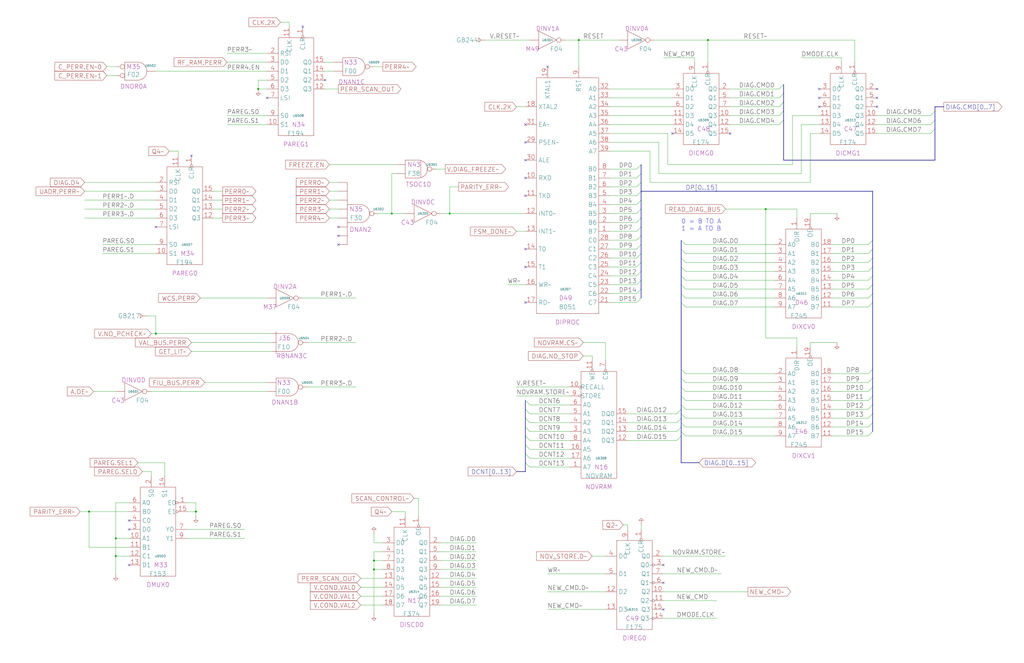
<source format=kicad_sch>
(kicad_sch (version 20230121) (generator eeschema)
  (paper "User" 584.2 378.46)
  (title_block (title "DIAGNOSTIC PROCESSOR\\n8051 AND NOVRAM") (date "22-MAR-90") (rev "1.0") (comment 1 "VALUE") (comment 2 "232-003063") (comment 3 "S400") (comment 4 "RELEASED"))
  (junction (at 111.76 292.1))
  (junction (at 436.88 119.38))
  (junction (at 50.8 292.1))
  (junction (at 330.2 22.86))
  (junction (at 66.04 307.34))
  (junction (at 66.04 317.5))
  (junction (at 256.54 121.92))
  (junction (at 88.9 190.5))
  (junction (at 147.32 50.8))
  (junction (at 213.36 325.12))
  (junction (at 403.86 22.86))
  (junction (at 223.52 121.92))
  (junction (at 213.36 320.04))
  (no_connect (at 109.22 88.9))
  (no_connect (at 152.4 55.88))
  (no_connect (at 73.66 322.58))
  (no_connect (at 500.38 60.96))
  (no_connect (at 299.72 91.44))
  (no_connect (at 312.42 38.1))
  (no_connect (at 299.72 101.6))
  (no_connect (at 299.72 111.76))
  (no_connect (at 467.36 60.96))
  (no_connect (at 467.36 55.88))
  (no_connect (at 299.72 172.72))
  (no_connect (at 299.72 71.12))
  (no_connect (at 416.56 76.2))
  (no_connect (at 500.38 50.8))
  (no_connect (at 378.46 322.58))
  (no_connect (at 73.66 297.18))
  (no_connect (at 299.72 81.28))
  (no_connect (at 500.38 55.88))
  (no_connect (at 378.46 332.74))
  (no_connect (at 299.72 142.24))
  (no_connect (at 88.9 129.54))
  (no_connect (at 193.04 134.62))
  (no_connect (at 193.04 129.54))
  (no_connect (at 193.04 139.7))
  (no_connect (at 172.72 15.24))
  (no_connect (at 73.66 302.26))
  (no_connect (at 383.54 76.2))
  (no_connect (at 467.36 50.8))
  (no_connect (at 299.72 152.4))
  (no_connect (at 185.42 45.72))
  (no_connect (at 378.46 347.98))
  (bus_entry (at 299.72 259.08) (size 2.54 2.54))
  (bus_entry (at 497.84 226.06) (size -2.54 2.54))
  (bus_entry (at 365.76 119.38) (size -2.54 2.54))
  (bus_entry (at 388.62 231.14) (size 2.54 2.54))
  (bus_entry (at 388.62 167.64) (size 2.54 2.54))
  (bus_entry (at 388.62 248.92) (size -2.54 2.54))
  (bus_entry (at 533.4 68.58) (size -2.54 2.54))
  (bus_entry (at 365.76 165.1) (size -2.54 2.54))
  (bus_entry (at 365.76 149.86) (size -2.54 2.54))
  (bus_entry (at 497.84 142.24) (size -2.54 2.54))
  (bus_entry (at 388.62 152.4) (size 2.54 2.54))
  (bus_entry (at 388.62 215.9) (size 2.54 2.54))
  (bus_entry (at 388.62 243.84) (size -2.54 2.54))
  (bus_entry (at 497.84 137.16) (size -2.54 2.54))
  (bus_entry (at 388.62 147.32) (size 2.54 2.54))
  (bus_entry (at 497.84 172.72) (size -2.54 2.54))
  (bus_entry (at 388.62 238.76) (size -2.54 2.54))
  (bus_entry (at 533.4 63.5) (size -2.54 2.54))
  (bus_entry (at 497.84 147.32) (size -2.54 2.54))
  (bus_entry (at 497.84 162.56) (size -2.54 2.54))
  (bus_entry (at 365.76 139.7) (size -2.54 2.54))
  (bus_entry (at 365.76 124.46) (size -2.54 2.54))
  (bus_entry (at 365.76 160.02) (size -2.54 2.54))
  (bus_entry (at 388.62 226.06) (size 2.54 2.54))
  (bus_entry (at 365.76 99.06) (size -2.54 2.54))
  (bus_entry (at 365.76 93.98) (size -2.54 2.54))
  (bus_entry (at 447.04 48.26) (size -2.54 2.54))
  (bus_entry (at 497.84 231.14) (size -2.54 2.54))
  (bus_entry (at 497.84 157.48) (size -2.54 2.54))
  (bus_entry (at 497.84 241.3) (size -2.54 2.54))
  (bus_entry (at 388.62 172.72) (size 2.54 2.54))
  (bus_entry (at 365.76 114.3) (size -2.54 2.54))
  (bus_entry (at 497.84 220.98) (size -2.54 2.54))
  (bus_entry (at 497.84 210.82) (size -2.54 2.54))
  (bus_entry (at 365.76 109.22) (size -2.54 2.54))
  (bus_entry (at 447.04 68.58) (size -2.54 2.54))
  (bus_entry (at 388.62 246.38) (size 2.54 2.54))
  (bus_entry (at 388.62 236.22) (size 2.54 2.54))
  (bus_entry (at 497.84 246.38) (size -2.54 2.54))
  (bus_entry (at 299.72 248.92) (size 2.54 2.54))
  (bus_entry (at 388.62 233.68) (size -2.54 2.54))
  (bus_entry (at 447.04 53.34) (size -2.54 2.54))
  (bus_entry (at 388.62 162.56) (size 2.54 2.54))
  (bus_entry (at 447.04 58.42) (size -2.54 2.54))
  (bus_entry (at 447.04 63.5) (size -2.54 2.54))
  (bus_entry (at 365.76 144.78) (size -2.54 2.54))
  (bus_entry (at 365.76 134.62) (size -2.54 2.54))
  (bus_entry (at 388.62 137.16) (size 2.54 2.54))
  (bus_entry (at 497.84 236.22) (size -2.54 2.54))
  (bus_entry (at 497.84 152.4) (size -2.54 2.54))
  (bus_entry (at 365.76 170.18) (size -2.54 2.54))
  (bus_entry (at 299.72 228.6) (size 2.54 2.54))
  (bus_entry (at 365.76 104.14) (size -2.54 2.54))
  (bus_entry (at 388.62 142.24) (size 2.54 2.54))
  (bus_entry (at 299.72 233.68) (size 2.54 2.54))
  (bus_entry (at 388.62 210.82) (size 2.54 2.54))
  (bus_entry (at 497.84 215.9) (size -2.54 2.54))
  (bus_entry (at 299.72 243.84) (size 2.54 2.54))
  (bus_entry (at 365.76 154.94) (size -2.54 2.54))
  (bus_entry (at 388.62 157.48) (size 2.54 2.54))
  (bus_entry (at 299.72 238.76) (size 2.54 2.54))
  (bus_entry (at 299.72 264.16) (size 2.54 2.54))
  (bus_entry (at 497.84 167.64) (size -2.54 2.54))
  (bus_entry (at 388.62 241.3) (size 2.54 2.54))
  (bus_entry (at 533.4 73.66) (size -2.54 2.54))
  (bus_entry (at 388.62 220.98) (size 2.54 2.54))
  (bus_entry (at 365.76 129.54) (size -2.54 2.54))
  (bus_entry (at 299.72 254) (size 2.54 2.54))
  (wire (pts (xy 462.28 195.58) (xy 477.52 195.58)))
  (wire (pts (xy 347.98 116.84) (xy 363.22 116.84)))
  (wire (pts (xy 223.52 121.92) (xy 231.14 121.92)))
  (wire (pts (xy 256.54 106.68) (xy 261.62 106.68)))
  (wire (pts (xy 83.82 180.34) (xy 88.9 180.34)))
  (bus (pts (xy 388.62 246.38) (xy 388.62 248.92)))
  (bus (pts (xy 497.84 210.82) (xy 497.84 215.9)))
  (wire (pts (xy 248.92 96.52) (xy 254 96.52)))
  (wire (pts (xy 474.98 213.36) (xy 495.3 213.36)))
  (wire (pts (xy 251.46 345.44) (xy 271.78 345.44)))
  (wire (pts (xy 81.28 269.24) (xy 86.36 269.24)))
  (wire (pts (xy 116.84 218.44) (xy 152.4 218.44)))
  (wire (pts (xy 73.66 312.42) (xy 50.8 312.42)))
  (wire (pts (xy 187.96 114.3) (xy 193.04 114.3)))
  (wire (pts (xy 462.28 76.2) (xy 467.36 76.2)))
  (bus (pts (xy 497.84 236.22) (xy 497.84 241.3)))
  (wire (pts (xy 223.52 99.06) (xy 223.52 121.92)))
  (wire (pts (xy 416.56 50.8) (xy 444.5 50.8)))
  (wire (pts (xy 129.54 66.04) (xy 152.4 66.04)))
  (wire (pts (xy 218.44 325.12) (xy 213.36 325.12)))
  (wire (pts (xy 416.56 71.12) (xy 444.5 71.12)))
  (bus (pts (xy 447.04 58.42) (xy 447.04 63.5)))
  (bus (pts (xy 388.62 264.16) (xy 398.78 264.16)))
  (wire (pts (xy 66.04 317.5) (xy 66.04 327.66)))
  (bus (pts (xy 497.84 172.72) (xy 497.84 210.82)))
  (bus (pts (xy 497.84 137.16) (xy 497.84 142.24)))
  (bus (pts (xy 365.76 154.94) (xy 365.76 160.02)))
  (bus (pts (xy 497.84 142.24) (xy 497.84 147.32)))
  (wire (pts (xy 213.36 320.04) (xy 213.36 314.96)))
  (wire (pts (xy 187.96 109.22) (xy 193.04 109.22)))
  (wire (pts (xy 109.22 195.58) (xy 154.94 195.58)))
  (wire (pts (xy 462.28 104.14) (xy 462.28 76.2)))
  (wire (pts (xy 391.16 139.7) (xy 441.96 139.7)))
  (wire (pts (xy 114.3 170.18) (xy 152.4 170.18)))
  (wire (pts (xy 53.34 223.52) (xy 66.04 223.52)))
  (wire (pts (xy 121.92 109.22) (xy 127 109.22)))
  (wire (pts (xy 238.76 284.48) (xy 236.22 284.48)))
  (wire (pts (xy 391.16 175.26) (xy 441.96 175.26)))
  (bus (pts (xy 497.84 162.56) (xy 497.84 167.64)))
  (wire (pts (xy 347.98 132.08) (xy 363.22 132.08)))
  (wire (pts (xy 462.28 121.92) (xy 477.52 121.92)))
  (wire (pts (xy 215.9 121.92) (xy 223.52 121.92)))
  (wire (pts (xy 48.26 124.46) (xy 88.9 124.46)))
  (wire (pts (xy 129.54 71.12) (xy 152.4 71.12)))
  (wire (pts (xy 373.38 22.86) (xy 403.86 22.86)))
  (wire (pts (xy 121.92 114.3) (xy 127 114.3)))
  (wire (pts (xy 474.98 170.18) (xy 495.3 170.18)))
  (bus (pts (xy 533.4 60.96) (xy 538.48 60.96)))
  (wire (pts (xy 86.36 190.5) (xy 88.9 190.5)))
  (wire (pts (xy 213.36 314.96) (xy 218.44 314.96)))
  (wire (pts (xy 416.56 60.96) (xy 444.5 60.96)))
  (bus (pts (xy 533.4 63.5) (xy 533.4 68.58)))
  (wire (pts (xy 345.44 195.58) (xy 345.44 205.74)))
  (wire (pts (xy 500.38 66.04) (xy 530.86 66.04)))
  (wire (pts (xy 474.98 223.52) (xy 495.3 223.52)))
  (wire (pts (xy 474.98 175.26) (xy 495.3 175.26)))
  (wire (pts (xy 452.12 66.04) (xy 467.36 66.04)))
  (bus (pts (xy 388.62 157.48) (xy 388.62 162.56)))
  (bus (pts (xy 365.76 139.7) (xy 365.76 144.78)))
  (wire (pts (xy 378.46 337.82) (xy 426.72 337.82)))
  (wire (pts (xy 109.22 200.66) (xy 154.94 200.66)))
  (wire (pts (xy 276.86 22.86) (xy 302.26 22.86)))
  (wire (pts (xy 454.66 198.12) (xy 454.66 193.04)))
  (wire (pts (xy 347.98 121.92) (xy 363.22 121.92)))
  (wire (pts (xy 172.72 170.18) (xy 203.2 170.18)))
  (bus (pts (xy 388.62 220.98) (xy 388.62 226.06)))
  (wire (pts (xy 48.26 104.14) (xy 88.9 104.14)))
  (wire (pts (xy 474.98 243.84) (xy 495.3 243.84)))
  (wire (pts (xy 370.84 104.14) (xy 462.28 104.14)))
  (bus (pts (xy 365.76 129.54) (xy 365.76 134.62)))
  (wire (pts (xy 365.76 299.72) (xy 365.76 302.26)))
  (wire (pts (xy 106.68 307.34) (xy 139.7 307.34)))
  (wire (pts (xy 205.74 330.2) (xy 218.44 330.2)))
  (wire (pts (xy 93.98 271.78) (xy 93.98 264.16)))
  (wire (pts (xy 129.54 35.56) (xy 152.4 35.56)))
  (wire (pts (xy 111.76 292.1) (xy 111.76 294.64)))
  (wire (pts (xy 187.96 93.98) (xy 226.06 93.98)))
  (wire (pts (xy 347.98 172.72) (xy 363.22 172.72)))
  (wire (pts (xy 391.16 154.94) (xy 441.96 154.94)))
  (wire (pts (xy 88.9 190.5) (xy 154.94 190.5)))
  (wire (pts (xy 185.42 40.64) (xy 190.5 40.64)))
  (wire (pts (xy 160.02 12.7) (xy 165.1 12.7)))
  (wire (pts (xy 467.36 71.12) (xy 457.2 71.12)))
  (wire (pts (xy 500.38 71.12) (xy 530.86 71.12)))
  (bus (pts (xy 365.76 144.78) (xy 365.76 149.86)))
  (wire (pts (xy 251.46 335.28) (xy 271.78 335.28)))
  (wire (pts (xy 294.64 132.08) (xy 299.72 132.08)))
  (wire (pts (xy 436.88 119.38) (xy 436.88 193.04)))
  (wire (pts (xy 312.42 347.98) (xy 345.44 347.98)))
  (wire (pts (xy 302.26 241.3) (xy 325.12 241.3)))
  (wire (pts (xy 391.16 165.1) (xy 441.96 165.1)))
  (wire (pts (xy 381 93.98) (xy 452.12 93.98)))
  (wire (pts (xy 251.46 309.88) (xy 271.78 309.88)))
  (wire (pts (xy 294.64 60.96) (xy 299.72 60.96)))
  (wire (pts (xy 347.98 71.12) (xy 383.54 71.12)))
  (bus (pts (xy 299.72 233.68) (xy 299.72 238.76)))
  (wire (pts (xy 187.96 104.14) (xy 193.04 104.14)))
  (wire (pts (xy 378.46 33.02) (xy 396.24 33.02)))
  (bus (pts (xy 365.76 109.22) (xy 497.84 109.22)))
  (wire (pts (xy 58.42 139.7) (xy 88.9 139.7)))
  (wire (pts (xy 147.32 50.8) (xy 152.4 50.8)))
  (bus (pts (xy 365.76 124.46) (xy 365.76 129.54)))
  (wire (pts (xy 289.56 162.56) (xy 299.72 162.56)))
  (wire (pts (xy 347.98 111.76) (xy 363.22 111.76)))
  (wire (pts (xy 101.6 88.9) (xy 101.6 86.36)))
  (wire (pts (xy 213.36 38.1) (xy 218.44 38.1)))
  (wire (pts (xy 213.36 325.12) (xy 213.36 320.04)))
  (wire (pts (xy 205.74 340.36) (xy 218.44 340.36)))
  (wire (pts (xy 106.68 292.1) (xy 111.76 292.1)))
  (wire (pts (xy 302.26 246.38) (xy 325.12 246.38)))
  (bus (pts (xy 533.4 68.58) (xy 533.4 73.66)))
  (wire (pts (xy 358.14 302.26) (xy 358.14 299.72)))
  (wire (pts (xy 332.74 203.2) (xy 337.82 203.2)))
  (wire (pts (xy 66.04 317.5) (xy 73.66 317.5)))
  (wire (pts (xy 358.14 236.22) (xy 386.08 236.22)))
  (wire (pts (xy 312.42 337.82) (xy 345.44 337.82)))
  (bus (pts (xy 388.62 147.32) (xy 388.62 152.4)))
  (bus (pts (xy 299.72 264.16) (xy 299.72 269.24)))
  (wire (pts (xy 330.2 22.86) (xy 353.06 22.86)))
  (wire (pts (xy 474.98 228.6) (xy 495.3 228.6)))
  (wire (pts (xy 185.42 50.8) (xy 193.04 50.8)))
  (wire (pts (xy 50.8 312.42) (xy 50.8 292.1)))
  (wire (pts (xy 213.36 350.52) (xy 213.36 325.12)))
  (wire (pts (xy 48.26 114.3) (xy 88.9 114.3)))
  (wire (pts (xy 66.04 307.34) (xy 73.66 307.34)))
  (bus (pts (xy 533.4 73.66) (xy 533.4 91.44)))
  (bus (pts (xy 388.62 243.84) (xy 388.62 246.38)))
  (wire (pts (xy 391.16 213.36) (xy 441.96 213.36)))
  (wire (pts (xy 111.76 287.02) (xy 111.76 292.1)))
  (wire (pts (xy 347.98 86.36) (xy 370.84 86.36)))
  (wire (pts (xy 462.28 198.12) (xy 462.28 195.58)))
  (wire (pts (xy 152.4 45.72) (xy 147.32 45.72)))
  (bus (pts (xy 447.04 48.26) (xy 447.04 53.34)))
  (wire (pts (xy 302.26 266.7) (xy 325.12 266.7)))
  (wire (pts (xy 403.86 22.86) (xy 487.68 22.86)))
  (wire (pts (xy 396.24 35.56) (xy 396.24 33.02)))
  (bus (pts (xy 497.84 109.22) (xy 497.84 137.16)))
  (wire (pts (xy 370.84 86.36) (xy 370.84 104.14)))
  (wire (pts (xy 454.66 193.04) (xy 436.88 193.04)))
  (bus (pts (xy 388.62 137.16) (xy 388.62 142.24)))
  (wire (pts (xy 96.52 86.36) (xy 101.6 86.36)))
  (wire (pts (xy 251.46 320.04) (xy 271.78 320.04)))
  (wire (pts (xy 474.98 144.78) (xy 495.3 144.78)))
  (wire (pts (xy 302.26 236.22) (xy 325.12 236.22)))
  (wire (pts (xy 454.66 124.46) (xy 454.66 119.38)))
  (wire (pts (xy 474.98 160.02) (xy 495.3 160.02)))
  (wire (pts (xy 375.92 99.06) (xy 375.92 81.28)))
  (wire (pts (xy 129.54 30.48) (xy 152.4 30.48)))
  (wire (pts (xy 330.2 22.86) (xy 330.2 38.1)))
  (bus (pts (xy 533.4 60.96) (xy 533.4 63.5)))
  (bus (pts (xy 294.64 269.24) (xy 299.72 269.24)))
  (wire (pts (xy 175.26 195.58) (xy 203.2 195.58)))
  (wire (pts (xy 391.16 170.18) (xy 441.96 170.18)))
  (wire (pts (xy 474.98 154.94) (xy 495.3 154.94)))
  (wire (pts (xy 187.96 119.38) (xy 193.04 119.38)))
  (wire (pts (xy 294.64 220.98) (xy 325.12 220.98)))
  (wire (pts (xy 45.72 292.1) (xy 50.8 292.1)))
  (wire (pts (xy 347.98 127) (xy 363.22 127)))
  (wire (pts (xy 205.74 335.28) (xy 218.44 335.28)))
  (wire (pts (xy 391.16 218.44) (xy 441.96 218.44)))
  (wire (pts (xy 78.74 264.16) (xy 93.98 264.16)))
  (bus (pts (xy 388.62 241.3) (xy 388.62 243.84)))
  (wire (pts (xy 66.04 307.34) (xy 66.04 317.5)))
  (wire (pts (xy 474.98 238.76) (xy 495.3 238.76)))
  (wire (pts (xy 381 76.2) (xy 381 93.98)))
  (wire (pts (xy 238.76 294.64) (xy 238.76 284.48)))
  (bus (pts (xy 388.62 210.82) (xy 388.62 215.9)))
  (wire (pts (xy 302.26 251.46) (xy 325.12 251.46)))
  (wire (pts (xy 345.44 195.58) (xy 332.74 195.58)))
  (wire (pts (xy 391.16 238.76) (xy 441.96 238.76)))
  (wire (pts (xy 358.14 241.3) (xy 386.08 241.3)))
  (bus (pts (xy 365.76 104.14) (xy 365.76 109.22)))
  (wire (pts (xy 205.74 345.44) (xy 218.44 345.44)))
  (wire (pts (xy 58.42 144.78) (xy 88.9 144.78)))
  (wire (pts (xy 474.98 139.7) (xy 495.3 139.7)))
  (wire (pts (xy 452.12 93.98) (xy 452.12 66.04)))
  (bus (pts (xy 388.62 162.56) (xy 388.62 167.64)))
  (bus (pts (xy 365.76 165.1) (xy 365.76 170.18)))
  (wire (pts (xy 375.92 81.28) (xy 347.98 81.28)))
  (bus (pts (xy 497.84 231.14) (xy 497.84 236.22)))
  (wire (pts (xy 50.8 292.1) (xy 73.66 292.1)))
  (wire (pts (xy 358.14 251.46) (xy 386.08 251.46)))
  (wire (pts (xy 66.04 287.02) (xy 66.04 307.34)))
  (wire (pts (xy 347.98 96.52) (xy 363.22 96.52)))
  (wire (pts (xy 185.42 35.56) (xy 190.5 35.56)))
  (bus (pts (xy 388.62 167.64) (xy 388.62 172.72)))
  (wire (pts (xy 403.86 22.86) (xy 403.86 35.56)))
  (bus (pts (xy 388.62 238.76) (xy 388.62 241.3)))
  (wire (pts (xy 294.64 226.06) (xy 325.12 226.06)))
  (wire (pts (xy 251.46 314.96) (xy 271.78 314.96)))
  (bus (pts (xy 497.84 220.98) (xy 497.84 226.06)))
  (wire (pts (xy 251.46 121.92) (xy 256.54 121.92)))
  (bus (pts (xy 388.62 236.22) (xy 388.62 238.76)))
  (wire (pts (xy 106.68 302.26) (xy 139.7 302.26)))
  (wire (pts (xy 474.98 149.86) (xy 495.3 149.86)))
  (wire (pts (xy 165.1 15.24) (xy 165.1 12.7)))
  (bus (pts (xy 447.04 63.5) (xy 447.04 68.58)))
  (wire (pts (xy 416.56 55.88) (xy 444.5 55.88)))
  (bus (pts (xy 447.04 68.58) (xy 447.04 91.44)))
  (wire (pts (xy 251.46 325.12) (xy 271.78 325.12)))
  (wire (pts (xy 474.98 165.1) (xy 495.3 165.1)))
  (wire (pts (xy 391.16 149.86) (xy 441.96 149.86)))
  (bus (pts (xy 388.62 152.4) (xy 388.62 157.48)))
  (wire (pts (xy 391.16 223.52) (xy 441.96 223.52)))
  (bus (pts (xy 299.72 259.08) (xy 299.72 264.16)))
  (wire (pts (xy 48.26 119.38) (xy 88.9 119.38)))
  (bus (pts (xy 365.76 149.86) (xy 365.76 154.94)))
  (wire (pts (xy 147.32 45.72) (xy 147.32 50.8)))
  (bus (pts (xy 299.72 238.76) (xy 299.72 243.84)))
  (wire (pts (xy 347.98 137.16) (xy 363.22 137.16)))
  (wire (pts (xy 322.58 22.86) (xy 330.2 22.86)))
  (wire (pts (xy 213.36 309.88) (xy 213.36 304.8)))
  (wire (pts (xy 347.98 106.68) (xy 363.22 106.68)))
  (wire (pts (xy 48.26 109.22) (xy 88.9 109.22)))
  (wire (pts (xy 378.46 317.5) (xy 414.02 317.5)))
  (wire (pts (xy 60.96 38.1) (xy 66.04 38.1)))
  (wire (pts (xy 218.44 320.04) (xy 213.36 320.04)))
  (wire (pts (xy 436.88 119.38) (xy 454.66 119.38)))
  (wire (pts (xy 358.14 246.38) (xy 386.08 246.38)))
  (wire (pts (xy 347.98 50.8) (xy 383.54 50.8)))
  (bus (pts (xy 497.84 226.06) (xy 497.84 231.14)))
  (wire (pts (xy 457.2 71.12) (xy 457.2 99.06)))
  (wire (pts (xy 480.06 35.56) (xy 480.06 33.02)))
  (wire (pts (xy 474.98 233.68) (xy 495.3 233.68)))
  (wire (pts (xy 187.96 124.46) (xy 193.04 124.46)))
  (bus (pts (xy 365.76 119.38) (xy 365.76 124.46)))
  (bus (pts (xy 365.76 109.22) (xy 365.76 114.3)))
  (wire (pts (xy 355.6 299.72) (xy 358.14 299.72)))
  (wire (pts (xy 347.98 101.6) (xy 363.22 101.6)))
  (bus (pts (xy 388.62 172.72) (xy 388.62 210.82)))
  (wire (pts (xy 256.54 106.68) (xy 256.54 121.92)))
  (wire (pts (xy 337.82 205.74) (xy 337.82 203.2)))
  (wire (pts (xy 347.98 55.88) (xy 383.54 55.88)))
  (bus (pts (xy 497.84 157.48) (xy 497.84 162.56)))
  (wire (pts (xy 251.46 330.2) (xy 271.78 330.2)))
  (wire (pts (xy 86.36 271.78) (xy 86.36 269.24)))
  (bus (pts (xy 388.62 142.24) (xy 388.62 147.32)))
  (wire (pts (xy 474.98 248.92) (xy 495.3 248.92)))
  (wire (pts (xy 414.02 119.38) (xy 436.88 119.38)))
  (bus (pts (xy 497.84 167.64) (xy 497.84 172.72)))
  (wire (pts (xy 302.26 261.62) (xy 325.12 261.62)))
  (bus (pts (xy 365.76 99.06) (xy 365.76 104.14)))
  (wire (pts (xy 347.98 162.56) (xy 363.22 162.56)))
  (bus (pts (xy 497.84 241.3) (xy 497.84 246.38)))
  (bus (pts (xy 365.76 160.02) (xy 365.76 165.1)))
  (bus (pts (xy 388.62 248.92) (xy 388.62 264.16)))
  (wire (pts (xy 500.38 76.2) (xy 530.86 76.2)))
  (wire (pts (xy 251.46 340.36) (xy 271.78 340.36)))
  (wire (pts (xy 391.16 160.02) (xy 441.96 160.02)))
  (wire (pts (xy 175.26 220.98) (xy 203.2 220.98)))
  (wire (pts (xy 226.06 99.06) (xy 223.52 99.06)))
  (wire (pts (xy 378.46 342.9) (xy 408.94 342.9)))
  (bus (pts (xy 388.62 226.06) (xy 388.62 231.14)))
  (bus (pts (xy 365.76 114.3) (xy 365.76 119.38)))
  (wire (pts (xy 347.98 157.48) (xy 363.22 157.48)))
  (bus (pts (xy 388.62 233.68) (xy 388.62 236.22)))
  (wire (pts (xy 347.98 76.2) (xy 381 76.2)))
  (wire (pts (xy 60.96 43.18) (xy 66.04 43.18)))
  (wire (pts (xy 106.68 287.02) (xy 111.76 287.02)))
  (bus (pts (xy 299.72 243.84) (xy 299.72 248.92)))
  (wire (pts (xy 487.68 35.56) (xy 487.68 22.86)))
  (wire (pts (xy 347.98 152.4) (xy 363.22 152.4)))
  (wire (pts (xy 391.16 248.92) (xy 441.96 248.92)))
  (wire (pts (xy 457.2 99.06) (xy 375.92 99.06)))
  (wire (pts (xy 391.16 144.78) (xy 441.96 144.78)))
  (wire (pts (xy 457.2 33.02) (xy 480.06 33.02)))
  (bus (pts (xy 447.04 53.34) (xy 447.04 58.42)))
  (wire (pts (xy 347.98 147.32) (xy 363.22 147.32)))
  (bus (pts (xy 497.84 215.9) (xy 497.84 220.98)))
  (bus (pts (xy 388.62 231.14) (xy 388.62 233.68)))
  (wire (pts (xy 302.26 231.14) (xy 325.12 231.14)))
  (bus (pts (xy 299.72 254) (xy 299.72 259.08)))
  (wire (pts (xy 347.98 167.64) (xy 363.22 167.64)))
  (wire (pts (xy 231.14 294.64) (xy 231.14 292.1)))
  (wire (pts (xy 218.44 309.88) (xy 213.36 309.88)))
  (wire (pts (xy 337.82 317.5) (xy 345.44 317.5)))
  (bus (pts (xy 388.62 215.9) (xy 388.62 220.98)))
  (wire (pts (xy 121.92 124.46) (xy 127 124.46)))
  (wire (pts (xy 347.98 66.04) (xy 383.54 66.04)))
  (wire (pts (xy 88.9 180.34) (xy 88.9 190.5)))
  (bus (pts (xy 365.76 93.98) (xy 365.76 99.06)))
  (wire (pts (xy 391.16 228.6) (xy 441.96 228.6)))
  (bus (pts (xy 497.84 152.4) (xy 497.84 157.48)))
  (wire (pts (xy 223.52 292.1) (xy 231.14 292.1)))
  (wire (pts (xy 86.36 223.52) (xy 152.4 223.52)))
  (wire (pts (xy 347.98 142.24) (xy 363.22 142.24)))
  (bus (pts (xy 497.84 147.32) (xy 497.84 152.4)))
  (bus (pts (xy 365.76 134.62) (xy 365.76 139.7)))
  (wire (pts (xy 474.98 218.44) (xy 495.3 218.44)))
  (wire (pts (xy 256.54 121.92) (xy 299.72 121.92)))
  (wire (pts (xy 121.92 119.38) (xy 127 119.38)))
  (wire (pts (xy 378.46 327.66) (xy 411.48 327.66)))
  (wire (pts (xy 347.98 60.96) (xy 383.54 60.96)))
  (bus (pts (xy 299.72 248.92) (xy 299.72 254)))
  (bus (pts (xy 299.72 228.6) (xy 299.72 233.68)))
  (wire (pts (xy 462.28 124.46) (xy 462.28 121.92)))
  (wire (pts (xy 73.66 287.02) (xy 66.04 287.02)))
  (wire (pts (xy 302.26 256.54) (xy 325.12 256.54)))
  (wire (pts (xy 416.56 66.04) (xy 444.5 66.04)))
  (wire (pts (xy 391.16 243.84) (xy 441.96 243.84)))
  (wire (pts (xy 88.9 40.64) (xy 152.4 40.64)))
  (wire (pts (xy 378.46 353.06) (xy 408.94 353.06)))
  (wire (pts (xy 312.42 327.66) (xy 345.44 327.66)))
  (wire (pts (xy 391.16 233.68) (xy 441.96 233.68)))
  (bus (pts (xy 447.04 91.44) (xy 533.4 91.44)))
  (text "0 = B TO A\n1 = A TO B\n" (at 411.48 132.08 0) (effects (font (size 2.54 2.54)) (justify right bottom)))
  (label "PAREG.S1" (at 58.42 144.78 0) (effects (font (size 2.54 2.54))))
  (label "DP12" (at 353.06 157.48 0) (effects (font (size 2.54 2.54))))
  (label "WR~" (at 312.42 327.66 0) (effects (font (size 2.54 2.54))))
  (label "DP14" (at 482.6 243.84 0) (effects (font (size 2.54 2.54))))
  (label "DP12" (at 482.6 233.68 0) (effects (font (size 2.54 2.54))))
  (label "DIAG.D13" (at 406.4 238.76 0) (effects (font (size 2.54 2.54))))
  (label "PAREG.S0" (at 119.38 302.26 0) (effects (font (size 2.54 2.54))))
  (label "PERR3~" (at 129.54 30.48 0) (effects (font (size 2.54 2.54))))
  (label "NEW_CMD" (at 378.46 33.02 0) (effects (font (size 2.54 2.54))))
  (label "DP6" (at 480.06 170.18 0) (effects (font (size 2.54 2.54))))
  (label "DIAG.D7" (at 256.54 345.44 0) (effects (font (size 2.54 2.54))))
  (label "DIAG.D7" (at 406.4 175.26 0) (effects (font (size 2.54 2.54))))
  (label "DP3" (at 353.06 111.76 0) (effects (font (size 2.54 2.54))))
  (label "NOVRAM.STORE~" (at 294.64 226.06 0) (effects (font (size 2.54 2.54))))
  (label "DP0" (at 480.06 139.7 0) (effects (font (size 2.54 2.54))))
  (label "PAREG.S1" (at 129.54 71.12 0) (effects (font (size 2.54 2.54))))
  (label "DMODE.CLK" (at 457.2 33.02 0) (effects (font (size 2.54 2.54))))
  (label "DCNT13" (at 307.34 266.7 0) (effects (font (size 2.54 2.54))))
  (label "DP0" (at 353.06 96.52 0) (effects (font (size 2.54 2.54))))
  (label "DP7" (at 353.06 132.08 0) (effects (font (size 2.54 2.54))))
  (label "NEW_CMD" (at 386.08 342.9 0) (effects (font (size 2.54 2.54))))
  (label "PAREG.S0" (at 129.54 66.04 0) (effects (font (size 2.54 2.54))))
  (label "DIAG.D4" (at 406.4 160.02 0) (effects (font (size 2.54 2.54))))
  (label "DIAG.D6" (at 256.54 340.36 0) (effects (font (size 2.54 2.54))))
  (label "DIAG.D11" (at 406.4 228.6 0) (effects (font (size 2.54 2.54))))
  (label "DP1" (at 480.06 144.78 0) (effects (font (size 2.54 2.54))))
  (label "DCNT10" (at 307.34 251.46 0) (effects (font (size 2.54 2.54))))
  (label "DIAG.D5" (at 256.54 335.28 0) (effects (font (size 2.54 2.54))))
  (label "PERR4.EN" (at 129.54 40.64 0) (effects (font (size 2.54 2.54))))
  (label "DIAG.CMD3" (at 421.64 66.04 0) (effects (font (size 2.54 2.54))))
  (label "DIAG.CMD7" (at 505.46 76.2 0) (effects (font (size 2.54 2.54))))
  (label "DP15" (at 353.06 172.72 0) (effects (font (size 2.54 2.54))))
  (label "DIAG.D3" (at 406.4 154.94 0) (effects (font (size 2.54 2.54))))
  (label "DP[0..15]" (at 391.16 109.22 0) (effects (font (size 2.54 2.54))))
  (label "DIAG.D0" (at 406.4 139.7 0) (effects (font (size 2.54 2.54))))
  (label "DP9" (at 353.06 142.24 0) (effects (font (size 2.54 2.54))))
  (label "DIAG.D15" (at 406.4 248.92 0) (effects (font (size 2.54 2.54))))
  (label "DP7" (at 480.06 175.26 0) (effects (font (size 2.54 2.54))))
  (label "DIAG.D1" (at 406.4 144.78 0) (effects (font (size 2.54 2.54))))
  (label "DCNT6" (at 307.34 231.14 0) (effects (font (size 2.54 2.54))))
  (label "DIAG.D3" (at 256.54 325.12 0) (effects (font (size 2.54 2.54))))
  (label "DIAG.D2" (at 256.54 320.04 0) (effects (font (size 2.54 2.54))))
  (label "DIAG.D15" (at 363.22 251.46 0) (effects (font (size 2.54 2.54))))
  (label "NEW_CMD.D~" (at 386.08 327.66 0) (effects (font (size 2.54 2.54))))
  (label "DP6" (at 353.06 127 0) (effects (font (size 2.54 2.54))))
  (label "DIAG.CMD0" (at 421.64 50.8 0) (effects (font (size 2.54 2.54))))
  (label "PAREG.S0" (at 58.42 139.7 0) (effects (font (size 2.54 2.54))))
  (label "RESET~" (at 424.18 22.86 0) (effects (font (size 2.54 2.54))))
  (label "V.RESET~" (at 294.64 220.98 0) (effects (font (size 2.54 2.54))))
  (label "NOVRAM.STORE~" (at 383.54 317.5 0) (effects (font (size 2.54 2.54))))
  (label "DIAG.D2" (at 406.4 149.86 0) (effects (font (size 2.54 2.54))))
  (label "DP9" (at 482.6 218.44 0) (effects (font (size 2.54 2.54))))
  (label "DIAG.D14" (at 406.4 243.84 0) (effects (font (size 2.54 2.54))))
  (label "DIAG.D6" (at 406.4 170.18 0) (effects (font (size 2.54 2.54))))
  (label "DIAG.D9" (at 406.4 218.44 0) (effects (font (size 2.54 2.54))))
  (label "DIAG.D12" (at 406.4 233.68 0) (effects (font (size 2.54 2.54))))
  (label "DP11" (at 353.06 152.4 0) (effects (font (size 2.54 2.54))))
  (label "DP11" (at 482.6 228.6 0) (effects (font (size 2.54 2.54))))
  (label "DP8" (at 482.6 213.36 0) (effects (font (size 2.54 2.54))))
  (label "DP10" (at 482.6 223.52 0) (effects (font (size 2.54 2.54))))
  (label "DIAG.D10" (at 406.4 223.52 0) (effects (font (size 2.54 2.54))))
  (label "DIAG.D12" (at 363.22 236.22 0) (effects (font (size 2.54 2.54))))
  (label "DIAG.D0" (at 256.54 309.88 0) (effects (font (size 2.54 2.54))))
  (label "DCNT7" (at 307.34 236.22 0) (effects (font (size 2.54 2.54))))
  (label "WR~" (at 289.56 162.56 0) (effects (font (size 2.54 2.54))))
  (label "NEW_CMD.D~" (at 312.42 337.82 0) (effects (font (size 2.54 2.54))))
  (label "DP14" (at 353.06 167.64 0) (effects (font (size 2.54 2.54))))
  (label "DP13" (at 353.06 162.56 0) (effects (font (size 2.54 2.54))))
  (label "DP10" (at 353.06 147.32 0) (effects (font (size 2.54 2.54))))
  (label "PERR2~.D" (at 58.42 119.38 0) (effects (font (size 2.54 2.54))))
  (label "DP4" (at 480.06 160.02 0) (effects (font (size 2.54 2.54))))
  (label "DP1" (at 353.06 101.6 0) (effects (font (size 2.54 2.54))))
  (label "DCNT8" (at 307.34 241.3 0) (effects (font (size 2.54 2.54))))
  (label "PAREG.S1" (at 119.38 307.34 0) (effects (font (size 2.54 2.54))))
  (label "DP2" (at 353.06 106.68 0) (effects (font (size 2.54 2.54))))
  (label "DIAG.D13" (at 363.22 241.3 0) (effects (font (size 2.54 2.54))))
  (label "DIAG.D14" (at 363.22 246.38 0) (effects (font (size 2.54 2.54))))
  (label "PERR3~.D" (at 182.88 220.98 0) (effects (font (size 2.54 2.54))))
  (label "DP4" (at 353.06 116.84 0) (effects (font (size 2.54 2.54))))
  (label "DIAG.D8" (at 406.4 213.36 0) (effects (font (size 2.54 2.54))))
  (label "PERR3~.D" (at 58.42 124.46 0) (effects (font (size 2.54 2.54))))
  (label "DIAG.D4" (at 256.54 330.2 0) (effects (font (size 2.54 2.54))))
  (label "DIAG.D1" (at 256.54 314.96 0) (effects (font (size 2.54 2.54))))
  (label "RESET" (at 332.74 22.86 0) (effects (font (size 2.54 2.54))))
  (label "DIAG.CMD2" (at 421.64 60.96 0) (effects (font (size 2.54 2.54))))
  (label "DIAG.CMD5" (at 505.46 66.04 0) (effects (font (size 2.54 2.54))))
  (label "DP3" (at 480.06 154.94 0) (effects (font (size 2.54 2.54))))
  (label "DP2" (at 480.06 149.86 0) (effects (font (size 2.54 2.54))))
  (label "DIAG.CMD4" (at 421.64 71.12 0) (effects (font (size 2.54 2.54))))
  (label "DIAG.CMD6" (at 505.46 71.12 0) (effects (font (size 2.54 2.54))))
  (label "PERR1~.D" (at 182.88 170.18 0) (effects (font (size 2.54 2.54))))
  (label "DP5" (at 480.06 165.1 0) (effects (font (size 2.54 2.54))))
  (label "DCNT12" (at 307.34 261.62 0) (effects (font (size 2.54 2.54))))
  (label "PERR2~.D" (at 182.88 195.58 0) (effects (font (size 2.54 2.54))))
  (label "PERR1~.D" (at 58.42 114.3 0) (effects (font (size 2.54 2.54))))
  (label "DCNT9" (at 307.34 246.38 0) (effects (font (size 2.54 2.54))))
  (label "DMODE.CLK" (at 386.08 353.06 0) (effects (font (size 2.54 2.54))))
  (label "DP15" (at 482.6 248.92 0) (effects (font (size 2.54 2.54))))
  (label "DIAG.CMD1" (at 421.64 55.88 0) (effects (font (size 2.54 2.54))))
  (label "NEW_CMD~" (at 312.42 347.98 0) (effects (font (size 2.54 2.54))))
  (label "DCNT11" (at 307.34 256.54 0) (effects (font (size 2.54 2.54))))
  (label "V.RESET~" (at 279.4 22.86 0) (effects (font (size 2.54 2.54))))
  (label "DP8" (at 353.06 137.16 0) (effects (font (size 2.54 2.54))))
  (label "DIAG.D5" (at 406.4 165.1 0) (effects (font (size 2.54 2.54))))
  (label "DP5" (at 353.06 121.92 0) (effects (font (size 2.54 2.54))))
  (label "DP13" (at 482.6 238.76 0) (effects (font (size 2.54 2.54))))
  (global_label "PAREG.SEL1" (shape input) (at 78.74 264.16 180) (effects (font (size 2.54 2.54))) (property "Intersheetrefs" "${INTERSHEET_REFS}" (at 51.6074 264.0013 0) (effects (font (size 1.905 1.905)) (justify right))))
  (global_label "READ_DIAG_BUS" (shape input) (at 414.02 119.38 180) (effects (font (size 2.54 2.54))) (property "Intersheetrefs" "${INTERSHEET_REFS}" (at 379.8721 119.2213 0) (effects (font (size 1.905 1.905)) (justify right))))
  (global_label "SCAN_CONTROL~" (shape input) (at 236.22 284.48 180) (effects (font (size 2.54 2.54))) (property "Intersheetrefs" "${INTERSHEET_REFS}" (at 200.9835 284.3213 0) (effects (font (size 1.905 1.905)) (justify right))))
  (global_label "DCNT[0..13]" (shape input) (at 294.64 269.24 180) (effects (font (size 2.54 2.54))) (property "Intersheetrefs" "${INTERSHEET_REFS}" (at 266.4083 269.24 0) (effects (font (size 1.905 1.905)) (justify right))))
  (global_label "PERR2~" (shape output) (at 127 119.38 0) (effects (font (size 2.54 2.54))) (property "Intersheetrefs" "${INTERSHEET_REFS}" (at 145.7869 119.2213 0) (effects (font (size 1.905 1.905)) (justify left))))
  (global_label "CLK.2X" (shape input) (at 160.02 12.7 180) (effects (font (size 2.54 2.54))) (property "Intersheetrefs" "${INTERSHEET_REFS}" (at 136.0321 12.5413 0) (effects (font (size 1.905 1.905)) (justify right))))
  (global_label "C_PERR.EN~1" (shape input) (at 60.96 43.18 180) (effects (font (size 2.54 2.54))) (property "Intersheetrefs" "${INTERSHEET_REFS}" (at 31.5293 43.0213 0) (effects (font (size 1.905 1.905)) (justify right))))
  (global_label "FREEZE.EN" (shape input) (at 187.96 93.98 180) (effects (font (size 2.54 2.54))) (property "Intersheetrefs" "${INTERSHEET_REFS}" (at 163.1255 93.8213 0) (effects (font (size 1.905 1.905)) (justify right))))
  (global_label "FIU_BUS.PERR" (shape input) (at 116.84 218.44 180) (effects (font (size 2.54 2.54))) (property "Intersheetrefs" "${INTERSHEET_REFS}" (at 85.474 218.2813 0) (effects (font (size 1.905 1.905)) (justify right))))
  (global_label "PERR4~" (shape input) (at 187.96 124.46 180) (effects (font (size 2.54 2.54))) (property "Intersheetrefs" "${INTERSHEET_REFS}" (at 169.1731 124.3013 0) (effects (font (size 1.905 1.905)) (justify right))))
  (global_label "C_PERR.EN~0" (shape input) (at 60.96 38.1 180) (effects (font (size 2.54 2.54))) (property "Intersheetrefs" "${INTERSHEET_REFS}" (at 31.5293 37.9413 0) (effects (font (size 1.905 1.905)) (justify right))))
  (global_label "PARITY_ERR~" (shape input) (at 45.72 292.1 180) (effects (font (size 2.54 2.54))) (property "Intersheetrefs" "${INTERSHEET_REFS}" (at 17.3778 291.9413 0) (effects (font (size 1.905 1.905)) (justify right))))
  (global_label "V.DIAG_FREEZE~" (shape output) (at 254 96.52 0) (effects (font (size 2.54 2.54))) (property "Intersheetrefs" "${INTERSHEET_REFS}" (at 288.2688 96.3613 0) (effects (font (size 1.905 1.905)) (justify left))))
  (global_label "GET_LIT~" (shape input) (at 109.22 200.66 180) (effects (font (size 2.54 2.54))) (property "Intersheetrefs" "${INTERSHEET_REFS}" (at 88.8607 200.5013 0) (effects (font (size 1.905 1.905)) (justify right))))
  (global_label "A.OE~" (shape input) (at 53.34 223.52 180) (effects (font (size 2.54 2.54))) (property "Intersheetrefs" "${INTERSHEET_REFS}" (at 38.5445 223.3613 0) (effects (font (size 1.905 1.905)) (justify right))))
  (global_label "DIAG.NO_STOP" (shape input) (at 332.74 203.2 180) (effects (font (size 2.54 2.54))) (property "Intersheetrefs" "${INTERSHEET_REFS}" (at 301.6159 203.0413 0) (effects (font (size 1.905 1.905)) (justify right))))
  (global_label "V.NO_PCHECK~" (shape input) (at 86.36 190.5 180) (effects (font (size 2.54 2.54))) (property "Intersheetrefs" "${INTERSHEET_REFS}" (at 54.1474 190.3413 0) (effects (font (size 1.905 1.905)) (justify right))))
  (global_label "DIAG.D4" (shape input) (at 48.26 104.14 180) (effects (font (size 2.54 2.54))) (property "Intersheetrefs" "${INTERSHEET_REFS}" (at 28.9893 103.9813 0) (effects (font (size 1.905 1.905)) (justify right))))
  (global_label "PERR0~" (shape input) (at 187.96 104.14 180) (effects (font (size 2.54 2.54))) (property "Intersheetrefs" "${INTERSHEET_REFS}" (at 169.1731 103.9813 0) (effects (font (size 1.905 1.905)) (justify right))))
  (global_label "PERR0~" (shape output) (at 127 109.22 0) (effects (font (size 2.54 2.54))) (property "Intersheetrefs" "${INTERSHEET_REFS}" (at 145.7869 109.0613 0) (effects (font (size 1.905 1.905)) (justify left))))
  (global_label "PERR2~" (shape input) (at 187.96 114.3 180) (effects (font (size 2.54 2.54))) (property "Intersheetrefs" "${INTERSHEET_REFS}" (at 169.1731 114.1413 0) (effects (font (size 1.905 1.905)) (justify right))))
  (global_label "UADR.PERR~" (shape input) (at 48.26 109.22 180) (effects (font (size 2.54 2.54))) (property "Intersheetrefs" "${INTERSHEET_REFS}" (at 20.7645 109.0613 0) (effects (font (size 1.905 1.905)) (justify right))))
  (global_label "Q2~" (shape input) (at 355.6 299.72 180) (effects (font (size 2.54 2.54))) (property "Intersheetrefs" "${INTERSHEET_REFS}" (at 337.9016 299.5613 0) (effects (font (size 1.905 1.905)) (justify right))))
  (global_label "Q4~" (shape input) (at 96.52 86.36 180) (effects (font (size 2.54 2.54))) (property "Intersheetrefs" "${INTERSHEET_REFS}" (at 78.8216 86.2013 0) (effects (font (size 1.905 1.905)) (justify right))))
  (global_label "VAL_BUS.PERR" (shape input) (at 109.22 195.58 180) (effects (font (size 2.54 2.54))) (property "Intersheetrefs" "${INTERSHEET_REFS}" (at 77.4912 195.4213 0) (effects (font (size 1.905 1.905)) (justify right))))
  (global_label "NOV_STORE.D~" (shape input) (at 337.82 317.5 180) (effects (font (size 2.54 2.54))) (property "Intersheetrefs" "${INTERSHEET_REFS}" (at 306.1426 317.3413 0) (effects (font (size 1.905 1.905)) (justify right))))
  (global_label "NOVRAM.CS~" (shape input) (at 332.74 195.58 180) (effects (font (size 2.54 2.54))) (property "Intersheetrefs" "${INTERSHEET_REFS}" (at 305.0026 195.4213 0) (effects (font (size 1.905 1.905)) (justify right))))
  (global_label "PAREG.SEL0" (shape input) (at 81.28 269.24 180) (effects (font (size 2.54 2.54))) (property "Intersheetrefs" "${INTERSHEET_REFS}" (at 54.1474 269.0813 0) (effects (font (size 1.905 1.905)) (justify right))))
  (global_label "PARITY_ERR~" (shape output) (at 261.62 106.68 0) (effects (font (size 2.54 2.54))) (property "Intersheetrefs" "${INTERSHEET_REFS}" (at 289.9622 106.5213 0) (effects (font (size 1.905 1.905)) (justify left))))
  (global_label "RF_RAM.PERR" (shape input) (at 129.54 35.56 180) (effects (font (size 2.54 2.54))) (property "Intersheetrefs" "${INTERSHEET_REFS}" (at 99.5045 35.4013 0) (effects (font (size 1.905 1.905)) (justify right))))
  (global_label "PERR1~" (shape output) (at 127 114.3 0) (effects (font (size 2.54 2.54))) (property "Intersheetrefs" "${INTERSHEET_REFS}" (at 145.7869 114.1413 0) (effects (font (size 1.905 1.905)) (justify left))))
  (global_label "V.COND.VAL2" (shape input) (at 205.74 345.44 180) (effects (font (size 2.54 2.54))) (property "Intersheetrefs" "${INTERSHEET_REFS}" (at 177.2769 345.2813 0) (effects (font (size 1.905 1.905)) (justify right))))
  (global_label "Q4~" (shape input) (at 223.52 292.1 180) (effects (font (size 2.54 2.54))) (property "Intersheetrefs" "${INTERSHEET_REFS}" (at 205.8216 291.9413 0) (effects (font (size 1.905 1.905)) (justify right))))
  (global_label "FSM_DONE~" (shape input) (at 294.64 132.08 180) (effects (font (size 2.54 2.54))) (property "Intersheetrefs" "${INTERSHEET_REFS}" (at 268.5959 131.9213 0) (effects (font (size 1.905 1.905)) (justify right))))
  (global_label "DIAG.CMD[0..7]" (shape output) (at 538.48 60.96 0) (effects (font (size 2.54 2.54))) (property "Intersheetrefs" "${INTERSHEET_REFS}" (at 571.4184 60.8013 0) (effects (font (size 1.905 1.905)) (justify left))))
  (global_label "PERR4~" (shape output) (at 218.44 38.1 0) (effects (font (size 2.54 2.54))) (property "Intersheetrefs" "${INTERSHEET_REFS}" (at 237.2269 37.9413 0) (effects (font (size 1.905 1.905)) (justify left))))
  (global_label "DIAG.D[0..15]" (shape bidirectional) (at 398.78 264.16 0) (effects (font (size 2.54 2.54))) (property "Intersheetrefs" "${INTERSHEET_REFS}" (at 428.6945 264.0013 0) (effects (font (size 1.905 1.905)) (justify left))))
  (global_label "V.COND.VAL0" (shape input) (at 205.74 335.28 180) (effects (font (size 2.54 2.54))) (property "Intersheetrefs" "${INTERSHEET_REFS}" (at 177.2769 335.1213 0) (effects (font (size 1.905 1.905)) (justify right))))
  (global_label "PERR3~" (shape output) (at 127 124.46 0) (effects (font (size 2.54 2.54))) (property "Intersheetrefs" "${INTERSHEET_REFS}" (at 145.7869 124.3013 0) (effects (font (size 1.905 1.905)) (justify left))))
  (global_label "NEW_CMD~" (shape output) (at 426.72 337.82 0) (effects (font (size 2.54 2.54))) (property "Intersheetrefs" "${INTERSHEET_REFS}" (at 450.9498 337.6613 0) (effects (font (size 1.905 1.905)) (justify left))))
  (global_label "WCS.PERR" (shape input) (at 114.3 170.18 180) (effects (font (size 2.54 2.54))) (property "Intersheetrefs" "${INTERSHEET_REFS}" (at 90.675 170.0213 0) (effects (font (size 1.905 1.905)) (justify right))))
  (global_label "PERR_SCAN_OUT" (shape output) (at 193.04 50.8 0) (effects (font (size 2.54 2.54))) (property "Intersheetrefs" "${INTERSHEET_REFS}" (at 228.5184 50.6413 0) (effects (font (size 1.905 1.905)) (justify left))))
  (global_label "V.COND.VAL1" (shape input) (at 205.74 340.36 180) (effects (font (size 2.54 2.54))) (property "Intersheetrefs" "${INTERSHEET_REFS}" (at 177.2769 340.2013 0) (effects (font (size 1.905 1.905)) (justify right))))
  (global_label "PERR_SCAN_OUT" (shape input) (at 205.74 330.2 180) (effects (font (size 2.54 2.54))) (property "Intersheetrefs" "${INTERSHEET_REFS}" (at 170.2616 330.0413 0) (effects (font (size 1.905 1.905)) (justify right))))
  (global_label "PERR3~" (shape input) (at 187.96 119.38 180) (effects (font (size 2.54 2.54))) (property "Intersheetrefs" "${INTERSHEET_REFS}" (at 169.1731 119.2213 0) (effects (font (size 1.905 1.905)) (justify right))))
  (global_label "PERR1~" (shape input) (at 187.96 109.22 180) (effects (font (size 2.54 2.54))) (property "Intersheetrefs" "${INTERSHEET_REFS}" (at 169.1731 109.0613 0) (effects (font (size 1.905 1.905)) (justify right))))
  (global_label "CLK.2X" (shape input) (at 294.64 60.96 180) (effects (font (size 2.54 2.54))) (property "Intersheetrefs" "${INTERSHEET_REFS}" (at 275.9634 60.96 0) (effects (justify right))))
  (symbol (lib_id "r1000:PU") (at 213.36 304.8 0) (unit 1)
    (property "Reference" "#PWR06306" (effects hide))
    (property "Value" "PU" (effects hide))
  )
  (symbol (lib_id "r1000:F04") (at 312.42 22.86 0) (unit 1)
    (property "Reference" "U6304" (at 312.42 22.86 0))
    (property "Value" "F04" (at 313.69 27.94 0) (effects (font (size 2.54 2.54)) (justify left)))
    (property "Location" "M49" (at 299.72 27.94 0) (effects (font (size 2.54 2.54)) (justify left)))
    (property "Name" "DINV1A" (at 312.42 17.78 0) (effects (font (size 2.54 2.54)) (justify bottom)))
  )
  (symbol (lib_id "r1000:F153") (at 88.9 322.58 0) (unit 1)
    (property "Reference" "U6503" (at 91.44 317.5 0))
    (property "Value" "F153" (at 85.09 327.66 0) (effects (font (size 2.54 2.54)) (justify left)))
    (property "Location" "M33" (at 87.63 322.58 0) (effects (font (size 2.54 2.54)) (justify left)))
    (property "Name" "DMUX0" (at 90.17 335.28 0) (effects (font (size 2.54 2.54)) (justify bottom)))
  )
  (symbol (lib_id "r1000:F30") (at 200.66 121.92 0) (unit 1)
    (property "Reference" "U6302" (at 215.9 119.38 0))
    (property "Value" "F30" (at 203.2 124.46 0) (effects (font (size 2.54 2.54))))
    (property "Location" "N35" (at 203.2 119.38 0) (effects (font (size 2.54 2.54))))
    (property "Name" "DNAN2" (at 205.74 132.54 0) (effects (font (size 2.54 2.54)) (justify bottom)))
  )
  (symbol (lib_id "r1000:8051") (at 320.04 170.18 0) (unit 1)
    (property "Reference" "U6307" (at 322.58 165.1 0))
    (property "Value" "8051" (at 318.77 175.26 0) (effects (font (size 2.54 2.54)) (justify left)))
    (property "Location" "D49" (at 318.77 170.18 0) (effects (font (size 2.54 2.54)) (justify left)))
    (property "Name" "DIPROC" (at 323.85 185.42 0) (effects (font (size 2.54 2.54)) (justify bottom)))
  )
  (symbol (lib_id "r1000:F175") (at 358.14 353.06 0) (unit 1)
    (property "Reference" "U6310" (at 360.68 347.98 0))
    (property "Value" "F175" (at 356.87 358.14 0) (effects (font (size 2.54 2.54)) (justify left)))
    (property "Location" "C49" (at 356.87 353.06 0) (effects (font (size 2.54 2.54)) (justify left)))
    (property "Name" "DIREG0" (at 361.95 365.76 0) (effects (font (size 2.54 2.54)) (justify bottom)))
  )
  (symbol (lib_id "r1000:PD") (at 147.32 50.8 0) (unit 1) (in_bom no)
    (property "Reference" "#PWR02803" (effects hide))
    (property "Value" "PD" (effects hide))
  )
  (symbol (lib_id "r1000:F04") (at 162.56 170.18 0) (unit 1)
    (property "Reference" "U6506" (at 162.56 170.18 0))
    (property "Value" "F04" (at 163.83 175.26 0) (effects (font (size 2.54 2.54)) (justify left)))
    (property "Location" "M37" (at 149.86 175.26 0) (effects (font (size 2.54 2.54)) (justify left)))
    (property "Name" "DINV2A" (at 162.56 165.1 0) (effects (font (size 2.54 2.54)) (justify bottom)))
  )
  (symbol (lib_id "r1000:F04") (at 241.3 121.92 0) (unit 1)
    (property "Reference" "U6305" (at 241.3 121.92 0))
    (property "Value" "F04" (at 242.57 127 0) (effects (font (size 2.54 2.54)) (justify left)))
    (property "Location" "C43" (at 228.6 127 0) (effects (font (size 2.54 2.54)) (justify left)))
    (property "Name" "DINV0C" (at 241.3 116.84 0) (effects (font (size 2.54 2.54)) (justify bottom)))
  )
  (symbol (lib_id "r1000:PU") (at 365.76 299.72 0) (unit 1)
    (property "Reference" "#PWR06302" (effects hide))
    (property "Value" "PU" (effects hide))
  )
  (symbol (lib_id "r1000:F04") (at 76.2 223.52 0) (unit 1)
    (property "Reference" "U6501" (at 76.2 223.52 0))
    (property "Value" "F04" (at 77.47 228.6 0) (effects (font (size 2.54 2.54)) (justify left)))
    (property "Location" "C43" (at 63.5 228.6 0) (effects (font (size 2.54 2.54)) (justify left)))
    (property "Name" "DINV0D" (at 76.2 218.44 0) (effects (font (size 2.54 2.54)) (justify bottom)))
  )
  (symbol (lib_id "r1000:GB") (at 276.86 22.86 0) (mirror y) (unit 1)
    (property "Reference" "GB244" (at 273.05 22.86 0) (effects (font (size 2.54 2.54)) (justify left)))
    (property "Value" "GB" (effects hide))
  )
  (symbol (lib_id "r1000:F10") (at 160.02 193.04 0) (unit 1)
    (property "Reference" "U6504" (at 173.355 193.04 0))
    (property "Value" "F10" (at 165.735 198.12 0) (effects (font (size 2.54 2.54)) (justify right)))
    (property "Location" "J36" (at 158.75 193.04 0) (effects (font (size 2.54 2.54)) (justify left)))
    (property "Name" "RBNAN3C" (at 157.48 203.2 0) (effects (font (size 2.54 2.54)) (justify left)))
  )
  (symbol (lib_id "r1000:F00") (at 160.02 218.44 0) (unit 1)
    (property "Reference" "U6505" (at 175.26 218.44 0))
    (property "Value" "F00" (at 161.925 223.52 0) (effects (font (size 2.54 2.54))))
    (property "Location" "N33" (at 161.925 218.44 0) (effects (font (size 2.54 2.54))))
    (property "Name" "DNAN1B" (at 162.56 231.14 0) (effects (font (size 2.54 2.54)) (justify bottom)))
  )
  (symbol (lib_id "r1000:PD") (at 477.52 121.92 0) (unit 1) (in_bom no)
    (property "Reference" "#PWR06303" (effects hide))
    (property "Value" "PD" (effects hide))
  )
  (symbol (lib_id "r1000:F374") (at 233.68 342.9 0) (unit 1)
    (property "Reference" "U6314" (at 236.22 337.82 0))
    (property "Value" "F374" (at 229.87 350.52 0) (effects (font (size 2.54 2.54)) (justify left)))
    (property "Location" "N17" (at 232.41 342.9 0) (effects (font (size 2.54 2.54)) (justify left)))
    (property "Name" "DISCD0" (at 234.95 358.14 0) (effects (font (size 2.54 2.54)) (justify bottom)))
  )
  (symbol (lib_id "r1000:F174") (at 398.78 73.66 0) (unit 1)
    (property "Reference" "U6309" (at 401.32 68.58 0))
    (property "Value" "F174" (at 394.97 81.28 0) (effects (font (size 2.54 2.54)) (justify left)))
    (property "Location" "C48" (at 397.51 73.66 0) (effects (font (size 2.54 2.54)) (justify left)))
    (property "Name" "DICMG0" (at 400.05 88.9 0) (effects (font (size 2.54 2.54)) (justify bottom)))
  )
  (symbol (lib_id "r1000:F38") (at 233.68 96.52 0) (unit 1)
    (property "Reference" "U6301" (at 246.38 93.98 0))
    (property "Value" "F38" (at 236.22 99.06 0) (effects (font (size 2.54 2.54))))
    (property "Location" "N43" (at 236.22 93.98 0) (effects (font (size 2.54 2.54))))
    (property "Name" "TSOC1D" (at 238.76 106.68 0) (effects (font (size 2.54 2.54)) (justify bottom)))
  )
  (symbol (lib_id "r1000:PD") (at 111.76 294.64 0) (unit 1) (in_bom no)
    (property "Reference" "#PWR02802" (effects hide))
    (property "Value" "PD" (effects hide))
  )
  (symbol (lib_id "r1000:F245") (at 454.66 246.38 0) (unit 1)
    (property "Reference" "U6312" (at 457.2 241.3 0))
    (property "Value" "F245" (at 450.85 254 0) (effects (font (size 2.54 2.54)) (justify left)))
    (property "Location" "E46" (at 453.39 246.38 0) (effects (font (size 2.54 2.54)) (justify left)))
    (property "Name" "DIXCV1" (at 458.47 261.62 0) (effects (font (size 2.54 2.54)) (justify bottom)))
  )
  (symbol (lib_id "r1000:PD") (at 66.04 327.66 0) (unit 1) (in_bom no)
    (property "Reference" "#PWR02801" (effects hide))
    (property "Value" "PD" (effects hide))
  )
  (symbol (lib_id "r1000:F00") (at 198.12 35.56 0) (unit 1)
    (property "Reference" "U6509" (at 213.36 35.56 0))
    (property "Value" "F00" (at 200.025 40.64 0) (effects (font (size 2.54 2.54))))
    (property "Location" "N33" (at 200.025 35.56 0) (effects (font (size 2.54 2.54))))
    (property "Name" "DNAN1C" (at 200.66 48.26 0) (effects (font (size 2.54 2.54)) (justify bottom)))
  )
  (symbol (lib_id "r1000:F174") (at 482.6 73.66 0) (unit 1)
    (property "Reference" "U6313" (at 485.14 68.58 0))
    (property "Value" "F174" (at 478.79 81.28 0) (effects (font (size 2.54 2.54)) (justify left)))
    (property "Location" "C47" (at 481.33 73.66 0) (effects (font (size 2.54 2.54)) (justify left)))
    (property "Name" "DICMG1" (at 483.87 88.9 0) (effects (font (size 2.54 2.54)) (justify bottom)))
  )
  (symbol (lib_id "r1000:PD") (at 477.52 195.58 0) (unit 1) (in_bom no)
    (property "Reference" "#PWR06304" (effects hide))
    (property "Value" "PD" (effects hide))
  )
  (symbol (lib_id "r1000:NOVRAM") (at 340.36 266.7 0) (unit 1)
    (property "Reference" "U6308" (at 342.9 261.62 0))
    (property "Value" "NOVRAM" (at 334.01 271.78 0) (effects (font (size 2.54 2.54)) (justify left)))
    (property "Location" "N16" (at 339.09 266.7 0) (effects (font (size 2.54 2.54)) (justify left)))
    (property "Name" "NOVRAM" (at 341.63 279.4 0) (effects (font (size 2.54 2.54)) (justify bottom)))
  )
  (symbol (lib_id "r1000:F194") (at 167.64 71.12 0) (unit 1)
    (property "Reference" "U6508" (at 170.18 66.04 0))
    (property "Value" "F194" (at 163.83 76.2 0) (effects (font (size 2.54 2.54)) (justify left)))
    (property "Location" "N34" (at 166.37 71.12 0) (effects (font (size 2.54 2.54)) (justify left)))
    (property "Name" "PAREG1" (at 168.91 83.82 0) (effects (font (size 2.54 2.54)) (justify bottom)))
  )
  (symbol (lib_id "r1000:GB") (at 83.82 180.34 0) (mirror y) (unit 1)
    (property "Reference" "GB217" (at 80.01 180.34 0) (effects (font (size 2.54 2.54)) (justify left)))
    (property "Value" "GB" (effects hide))
  )
  (symbol (lib_id "r1000:PD") (at 213.36 350.52 0) (unit 1) (in_bom no)
    (property "Reference" "#PWR06305" (effects hide))
    (property "Value" "PD" (effects hide))
  )
  (symbol (lib_id "r1000:F245") (at 454.66 172.72 0) (unit 1)
    (property "Reference" "U6311" (at 457.2 167.64 0))
    (property "Value" "F245" (at 450.85 180.34 0) (effects (font (size 2.54 2.54)) (justify left)))
    (property "Location" "D46" (at 453.39 172.72 0) (effects (font (size 2.54 2.54)) (justify left)))
    (property "Name" "DIXCV0" (at 458.47 187.96 0) (effects (font (size 2.54 2.54)) (justify bottom)))
  )
  (symbol (lib_id "r1000:F02") (at 73.66 38.1 0) (unit 1) (convert 2)
    (property "Reference" "U6502" (at 85.82 37.465 0))
    (property "Value" "F02" (at 72.39 42.545 0) (effects (font (size 2.54 2.54)) (justify left)))
    (property "Location" "M35" (at 76.2 38.1 0) (effects (font (size 2.54 2.54))))
    (property "Name" "DNOR0A" (at 76.2 50.8 0) (effects (font (size 2.54 2.54)) (justify bottom)))
  )
  (symbol (lib_id "r1000:F04") (at 363.22 22.86 0) (unit 1)
    (property "Reference" "U6306" (at 363.22 22.86 0))
    (property "Value" "F04" (at 364.49 27.94 0) (effects (font (size 2.54 2.54)) (justify left)))
    (property "Location" "C43" (at 350.52 27.94 0) (effects (font (size 2.54 2.54)) (justify left)))
    (property "Name" "DINV0A" (at 363.22 17.78 0) (effects (font (size 2.54 2.54)) (justify bottom)))
  )
  (symbol (lib_id "r1000:F194") (at 104.14 144.78 0) (unit 1)
    (property "Reference" "U6507" (at 106.68 139.7 0))
    (property "Value" "F194" (at 100.33 149.86 0) (effects (font (size 2.54 2.54)) (justify left)))
    (property "Location" "M34" (at 102.87 144.78 0) (effects (font (size 2.54 2.54)) (justify left)))
    (property "Name" "PAREG0" (at 105.41 157.48 0) (effects (font (size 2.54 2.54)) (justify bottom)))
  )
)
</source>
